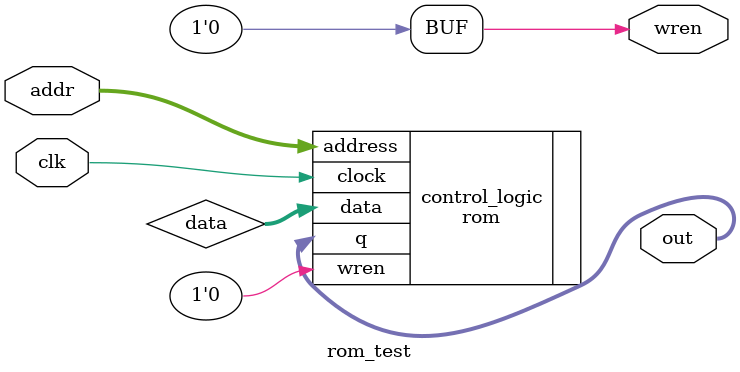
<source format=v>
module rom_test(
	addr, // 4
	out, // 4
	clk, // 1
	wren // 1
);

input [3:0] addr;
output [7:0] out;
input clk;
output wren;

reg [7:0] data; // dummy to pacify the ROM

rom control_logic(
	.address (addr),
	.clock (clk),
	.data (data),
	.wren (wren),
	.q (out)
);

assign wren = 1'b0;
//assign addr = 4'b0001;

endmodule
</source>
